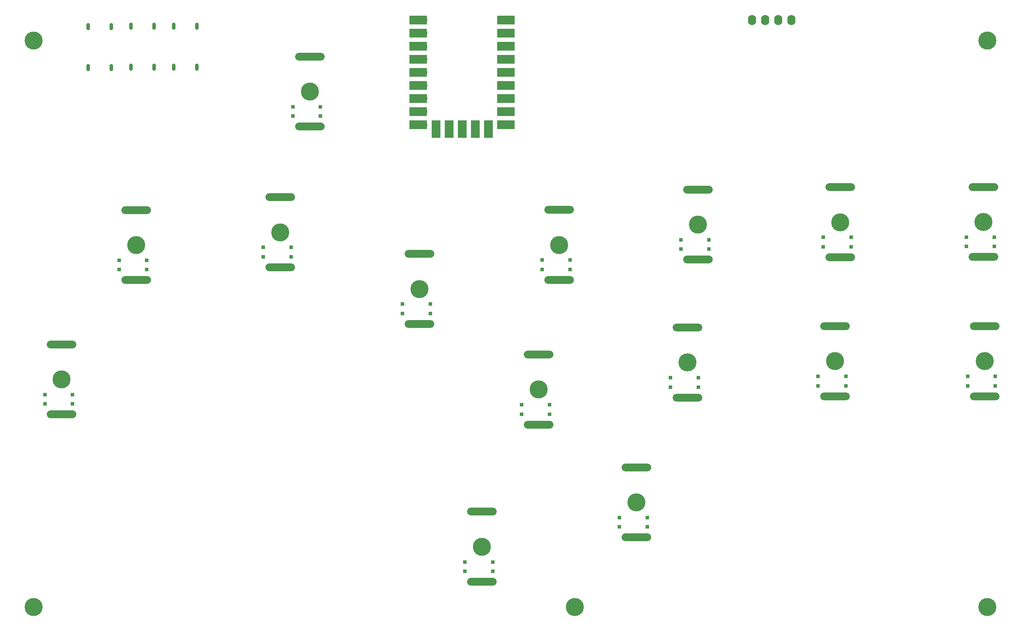
<source format=gts>
%TF.GenerationSoftware,KiCad,Pcbnew,8.0.6*%
%TF.CreationDate,2024-11-06T13:13:06+00:00*%
%TF.ProjectId,keychron_hitbox,6b657963-6872-46f6-9e5f-686974626f78,rev?*%
%TF.SameCoordinates,Original*%
%TF.FileFunction,Soldermask,Top*%
%TF.FilePolarity,Negative*%
%FSLAX46Y46*%
G04 Gerber Fmt 4.6, Leading zero omitted, Abs format (unit mm)*
G04 Created by KiCad (PCBNEW 8.0.6) date 2024-11-06 13:13:06*
%MOMM*%
%LPD*%
G01*
G04 APERTURE LIST*
G04 Aperture macros list*
%AMRoundRect*
0 Rectangle with rounded corners*
0 $1 Rounding radius*
0 $2 $3 $4 $5 $6 $7 $8 $9 X,Y pos of 4 corners*
0 Add a 4 corners polygon primitive as box body*
4,1,4,$2,$3,$4,$5,$6,$7,$8,$9,$2,$3,0*
0 Add four circle primitives for the rounded corners*
1,1,$1+$1,$2,$3*
1,1,$1+$1,$4,$5*
1,1,$1+$1,$6,$7*
1,1,$1+$1,$8,$9*
0 Add four rect primitives between the rounded corners*
20,1,$1+$1,$2,$3,$4,$5,0*
20,1,$1+$1,$4,$5,$6,$7,0*
20,1,$1+$1,$6,$7,$8,$9,0*
20,1,$1+$1,$8,$9,$2,$3,0*%
G04 Aperture macros list end*
%ADD10O,5.800000X1.500000*%
%ADD11C,3.500000*%
%ADD12R,0.700000X0.800000*%
%ADD13O,1.600000X2.000000*%
%ADD14RoundRect,0.175000X0.175000X-0.475000X0.175000X0.475000X-0.175000X0.475000X-0.175000X-0.475000X0*%
%ADD15C,1.700000*%
%ADD16R,3.500000X1.700000*%
%ADD17R,1.700000X3.500000*%
G04 APERTURE END LIST*
D10*
X169500000Y-115400000D03*
D11*
X169500000Y-122200000D03*
D10*
X169500000Y-129000000D03*
D12*
X171600000Y-125150000D03*
X171600000Y-126950000D03*
X166200000Y-126950000D03*
X166200000Y-125150000D03*
D11*
X237500000Y-32500000D03*
X52500000Y-142500000D03*
D10*
X181400000Y-61450000D03*
D11*
X181400000Y-68250000D03*
D10*
X181400000Y-75050000D03*
D12*
X183500000Y-71200000D03*
X183500000Y-73000000D03*
X178100000Y-73000000D03*
X178100000Y-71200000D03*
D10*
X237000000Y-88000000D03*
D11*
X237000000Y-94800000D03*
D10*
X237000000Y-101600000D03*
D12*
X239100000Y-97750000D03*
X239100000Y-99550000D03*
X233700000Y-99550000D03*
X233700000Y-97750000D03*
D13*
X191880000Y-28550000D03*
X194420000Y-28550000D03*
X196960000Y-28550000D03*
X199500000Y-28550000D03*
D10*
X208000000Y-88000000D03*
D11*
X208000000Y-94800000D03*
D10*
X208000000Y-101600000D03*
D12*
X210100000Y-97750000D03*
X210100000Y-99550000D03*
X204700000Y-99550000D03*
X204700000Y-97750000D03*
D10*
X209000000Y-61000000D03*
D11*
X209000000Y-67800000D03*
D10*
X209000000Y-74600000D03*
D12*
X211100000Y-70750000D03*
X211100000Y-72550000D03*
X205700000Y-72550000D03*
X205700000Y-70750000D03*
D10*
X150500000Y-93500000D03*
D11*
X150500000Y-100300000D03*
D10*
X150500000Y-107100000D03*
D12*
X152600000Y-103250000D03*
X152600000Y-105050000D03*
X147200000Y-105050000D03*
X147200000Y-103250000D03*
D14*
X71400000Y-37700000D03*
X71400000Y-29700000D03*
X75900000Y-37700000D03*
X75900000Y-29700000D03*
D15*
X143290000Y-28535000D03*
D16*
X144190000Y-28535000D03*
D15*
X143290000Y-31075000D03*
D16*
X144190000Y-31075000D03*
D15*
X143290000Y-33615000D03*
D16*
X144190000Y-33615000D03*
D15*
X143290000Y-36155000D03*
D16*
X144190000Y-36155000D03*
D15*
X143290000Y-38695000D03*
D16*
X144190000Y-38695000D03*
D15*
X143290000Y-41235000D03*
D16*
X144140000Y-41235000D03*
D15*
X143290000Y-43775000D03*
D16*
X144140000Y-43775000D03*
D15*
X143290000Y-46315000D03*
D16*
X144140000Y-46315000D03*
D15*
X143290000Y-48855000D03*
D16*
X144140000Y-48855000D03*
X127150000Y-28535000D03*
D15*
X128050000Y-28535000D03*
D16*
X127150000Y-31075000D03*
D15*
X128050000Y-31075000D03*
D16*
X127150000Y-33615000D03*
D15*
X128050000Y-33615000D03*
D16*
X127150000Y-36155000D03*
D15*
X128050000Y-36155000D03*
D16*
X127150000Y-38695000D03*
D15*
X128050000Y-38695000D03*
D16*
X127150000Y-41235000D03*
D15*
X128050000Y-41235000D03*
D16*
X127150000Y-43775000D03*
D15*
X128050000Y-43775000D03*
D16*
X127150000Y-46315000D03*
D15*
X128050000Y-46315000D03*
D16*
X127150000Y-48855000D03*
D15*
X128050000Y-48855000D03*
X140750000Y-48855000D03*
D17*
X140750000Y-49755000D03*
D15*
X138210000Y-48855000D03*
D17*
X138210000Y-49705000D03*
D15*
X135670000Y-48855000D03*
D17*
X135670000Y-49705000D03*
D15*
X133130000Y-48855000D03*
D17*
X133130000Y-49705000D03*
D15*
X130590000Y-48855000D03*
D17*
X130590000Y-49705000D03*
D14*
X63100000Y-37800000D03*
X63100000Y-29800000D03*
X67600000Y-37800000D03*
X67600000Y-29800000D03*
D10*
X236800000Y-60950000D03*
D11*
X236800000Y-67750000D03*
D10*
X236800000Y-74550000D03*
D12*
X238900000Y-70700000D03*
X238900000Y-72500000D03*
X233500000Y-72500000D03*
X233500000Y-70700000D03*
D10*
X106100000Y-35650000D03*
D11*
X106100000Y-42450000D03*
D10*
X106100000Y-49250000D03*
D12*
X108200000Y-45400000D03*
X108200000Y-47200000D03*
X102800000Y-47200000D03*
X102800000Y-45400000D03*
D10*
X154500000Y-65400000D03*
D11*
X154500000Y-72200000D03*
D10*
X154500000Y-79000000D03*
D12*
X156600000Y-75150000D03*
X156600000Y-76950000D03*
X151200000Y-76950000D03*
X151200000Y-75150000D03*
D11*
X237500000Y-142500000D03*
D10*
X72400000Y-65450000D03*
D11*
X72400000Y-72250000D03*
D10*
X72400000Y-79050000D03*
D12*
X74500000Y-75200000D03*
X74500000Y-77000000D03*
X69100000Y-77000000D03*
X69100000Y-75200000D03*
D10*
X127400000Y-73950000D03*
D11*
X127400000Y-80750000D03*
D10*
X127400000Y-87550000D03*
D12*
X129500000Y-83700000D03*
X129500000Y-85500000D03*
X124100000Y-85500000D03*
X124100000Y-83700000D03*
D14*
X79700000Y-37700000D03*
X79700000Y-29700000D03*
X84200000Y-37700000D03*
X84200000Y-29700000D03*
D10*
X139500000Y-124000000D03*
D11*
X139500000Y-130800000D03*
D10*
X139500000Y-137600000D03*
D12*
X141600000Y-133750000D03*
X141600000Y-135550000D03*
X136200000Y-135550000D03*
X136200000Y-133750000D03*
D10*
X179400000Y-88250000D03*
D11*
X179400000Y-95050000D03*
D10*
X179400000Y-101850000D03*
D12*
X181500000Y-98000000D03*
X181500000Y-99800000D03*
X176100000Y-99800000D03*
X176100000Y-98000000D03*
D11*
X157500000Y-142500000D03*
X52500000Y-32500000D03*
D10*
X100400000Y-62950000D03*
D11*
X100400000Y-69750000D03*
D10*
X100400000Y-76550000D03*
D12*
X102500000Y-72700000D03*
X102500000Y-74500000D03*
X97100000Y-74500000D03*
X97100000Y-72700000D03*
D10*
X58000000Y-91500000D03*
D11*
X58000000Y-98300000D03*
D10*
X58000000Y-105100000D03*
D12*
X60100000Y-101250000D03*
X60100000Y-103050000D03*
X54700000Y-103050000D03*
X54700000Y-101250000D03*
M02*

</source>
